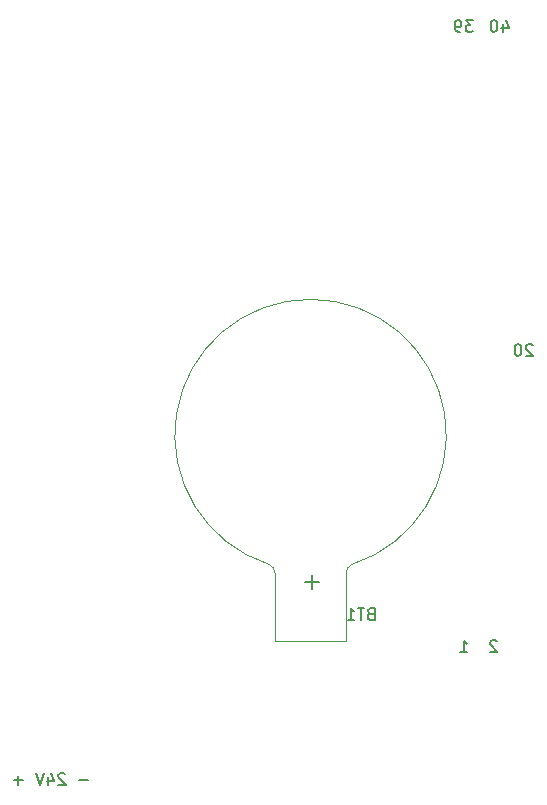
<source format=gbr>
G04 #@! TF.GenerationSoftware,KiCad,Pcbnew,5.99.0-unknown-c3175b4~86~ubuntu16.04.1*
G04 #@! TF.CreationDate,2019-12-02T17:49:08+01:00*
G04 #@! TF.ProjectId,OpenPLC,4f70656e-504c-4432-9e6b-696361645f70,0.01*
G04 #@! TF.SameCoordinates,Original*
G04 #@! TF.FileFunction,Legend,Bot*
G04 #@! TF.FilePolarity,Positive*
%FSLAX46Y46*%
G04 Gerber Fmt 4.6, Leading zero omitted, Abs format (unit mm)*
G04 Created by KiCad (PCBNEW 5.99.0-unknown-c3175b4~86~ubuntu16.04.1) date 2019-12-02 17:49:08*
%MOMM*%
%LPD*%
G04 APERTURE LIST*
%ADD10C,0.150000*%
%ADD11C,0.120000*%
G04 APERTURE END LIST*
D10*
X141477904Y-99115619D02*
X141430285Y-99068000D01*
X141335047Y-99020380D01*
X141096952Y-99020380D01*
X141001714Y-99068000D01*
X140954095Y-99115619D01*
X140906476Y-99210857D01*
X140906476Y-99306095D01*
X140954095Y-99448952D01*
X141525523Y-100020380D01*
X140906476Y-100020380D01*
X140287428Y-99020380D02*
X140192190Y-99020380D01*
X140096952Y-99068000D01*
X140049333Y-99115619D01*
X140001714Y-99210857D01*
X139954095Y-99401333D01*
X139954095Y-99639428D01*
X140001714Y-99829904D01*
X140049333Y-99925142D01*
X140096952Y-99972761D01*
X140192190Y-100020380D01*
X140287428Y-100020380D01*
X140382666Y-99972761D01*
X140430285Y-99925142D01*
X140477904Y-99829904D01*
X140525523Y-99639428D01*
X140525523Y-99401333D01*
X140477904Y-99210857D01*
X140430285Y-99115619D01*
X140382666Y-99068000D01*
X140287428Y-99020380D01*
X138461714Y-124197619D02*
X138414095Y-124150000D01*
X138318857Y-124102380D01*
X138080761Y-124102380D01*
X137985523Y-124150000D01*
X137937904Y-124197619D01*
X137890285Y-124292857D01*
X137890285Y-124388095D01*
X137937904Y-124530952D01*
X138509333Y-125102380D01*
X137890285Y-125102380D01*
X135350285Y-125127380D02*
X135921714Y-125127380D01*
X135636000Y-125127380D02*
X135636000Y-124127380D01*
X135731238Y-124270238D01*
X135826476Y-124365476D01*
X135921714Y-124413095D01*
X138969714Y-71921714D02*
X138969714Y-72588380D01*
X139207809Y-71540761D02*
X139445904Y-72255047D01*
X138826857Y-72255047D01*
X138255428Y-71588380D02*
X138160190Y-71588380D01*
X138064952Y-71636000D01*
X138017333Y-71683619D01*
X137969714Y-71778857D01*
X137922095Y-71969333D01*
X137922095Y-72207428D01*
X137969714Y-72397904D01*
X138017333Y-72493142D01*
X138064952Y-72540761D01*
X138160190Y-72588380D01*
X138255428Y-72588380D01*
X138350666Y-72540761D01*
X138398285Y-72493142D01*
X138445904Y-72397904D01*
X138493523Y-72207428D01*
X138493523Y-71969333D01*
X138445904Y-71778857D01*
X138398285Y-71683619D01*
X138350666Y-71636000D01*
X138255428Y-71588380D01*
X136445523Y-71588380D02*
X135826476Y-71588380D01*
X136159809Y-71969333D01*
X136016952Y-71969333D01*
X135921714Y-72016952D01*
X135874095Y-72064571D01*
X135826476Y-72159809D01*
X135826476Y-72397904D01*
X135874095Y-72493142D01*
X135921714Y-72540761D01*
X136016952Y-72588380D01*
X136302666Y-72588380D01*
X136397904Y-72540761D01*
X136445523Y-72493142D01*
X135350285Y-72588380D02*
X135159809Y-72588380D01*
X135064571Y-72540761D01*
X135016952Y-72493142D01*
X134921714Y-72350285D01*
X134874095Y-72159809D01*
X134874095Y-71778857D01*
X134921714Y-71683619D01*
X134969333Y-71636000D01*
X135064571Y-71588380D01*
X135255047Y-71588380D01*
X135350285Y-71636000D01*
X135397904Y-71683619D01*
X135445523Y-71778857D01*
X135445523Y-72016952D01*
X135397904Y-72112190D01*
X135350285Y-72159809D01*
X135255047Y-72207428D01*
X135064571Y-72207428D01*
X134969333Y-72159809D01*
X134921714Y-72112190D01*
X134874095Y-72016952D01*
X103853857Y-135961428D02*
X103091952Y-135961428D01*
X101901476Y-135437619D02*
X101853857Y-135390000D01*
X101758619Y-135342380D01*
X101520523Y-135342380D01*
X101425285Y-135390000D01*
X101377666Y-135437619D01*
X101330047Y-135532857D01*
X101330047Y-135628095D01*
X101377666Y-135770952D01*
X101949095Y-136342380D01*
X101330047Y-136342380D01*
X100472904Y-135675714D02*
X100472904Y-136342380D01*
X100711000Y-135294761D02*
X100949095Y-136009047D01*
X100330047Y-136009047D01*
X100091952Y-135342380D02*
X99758619Y-136342380D01*
X99425285Y-135342380D01*
X98330047Y-135961428D02*
X97568142Y-135961428D01*
X97949095Y-136342380D02*
X97949095Y-135580476D01*
D11*
X122727281Y-95224329D02*
G75*
G03X119182000Y-117670000I-45281J-11495671D01*
G01*
X119155616Y-117668246D02*
G75*
G02X119682000Y-118420000I-273616J-751754D01*
G01*
X122636719Y-95224329D02*
G75*
G02X126182000Y-117670000I45281J-11495671D01*
G01*
X126208384Y-117668246D02*
G75*
G03X125682000Y-118420000I273616J-751754D01*
G01*
X125682000Y-124120000D02*
X125682000Y-118420000D01*
X119682000Y-124120000D02*
X125682000Y-124120000D01*
X119682000Y-124120000D02*
X119682000Y-118420000D01*
D10*
X127767714Y-121848571D02*
X127624857Y-121896190D01*
X127577238Y-121943809D01*
X127529619Y-122039047D01*
X127529619Y-122181904D01*
X127577238Y-122277142D01*
X127624857Y-122324761D01*
X127720095Y-122372380D01*
X128101047Y-122372380D01*
X128101047Y-121372380D01*
X127767714Y-121372380D01*
X127672476Y-121420000D01*
X127624857Y-121467619D01*
X127577238Y-121562857D01*
X127577238Y-121658095D01*
X127624857Y-121753333D01*
X127672476Y-121800952D01*
X127767714Y-121848571D01*
X128101047Y-121848571D01*
X127243904Y-121372380D02*
X126672476Y-121372380D01*
X126958190Y-122372380D02*
X126958190Y-121372380D01*
X125815333Y-122372380D02*
X126386761Y-122372380D01*
X126101047Y-122372380D02*
X126101047Y-121372380D01*
X126196285Y-121515238D01*
X126291523Y-121610476D01*
X126386761Y-121658095D01*
X122789142Y-118598571D02*
X122789142Y-119741428D01*
X123360571Y-119170000D02*
X122217714Y-119170000D01*
M02*

</source>
